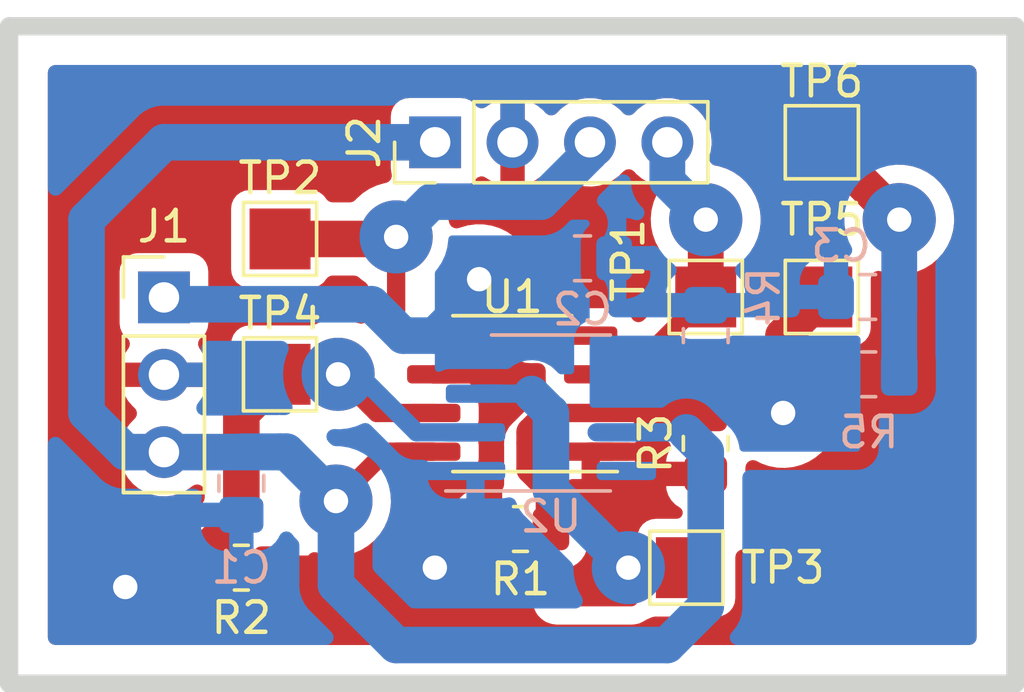
<source format=kicad_pcb>
(kicad_pcb (version 20240108) (generator "pcbnew") (generator_version "8.0")
  (layers (0 "F.Cu" signal) (31 "B.Cu" signal) (34 "B.Paste" user) (35 "F.Paste" user) (36 "B.SilkS" user "B.Silkscreen") (37 "F.SilkS" user "F.Silkscreen") (38 "B.Mask" user) (39 "F.Mask" user) (44 "Edge.Cuts" user))
  (net 0 "")
  (net 1 "GND")
  (net 2 "+5V")
  (net 3 "-5V")
  (net 4 "Net-(C3-Pad1)")
  (net 5 "/s+")
  (net 6 "/s-")
  (net 7 "Net-(R1-Pad1)")
  (net 8 "Net-(R2-Pad2)")
  (net 9 "Net-(R3-Pad1)")
  (net 10 "Net-(R4-Pad2)")
  (footprint "TestPoint:TestPoint_Pad_2.0x2.0mm" (layer "F.Cu") (at 128.905 52.07)
    (property "Reference" "TP3" (at 3.175 0 0) (layer "F.SilkS"))
    (property "Value" "TestPoint")
    (fp_line (start -1.2 -1.2) (end 1.2 -1.2) (stroke (width 0.12)) (layer "F.SilkS"))
    (fp_line (start -1.2 1.2) (end -1.2 -1.2) (stroke (width 0.12)) (layer "F.SilkS"))
    (fp_line (start 1.2 -1.2) (end 1.2 1.2) (stroke (width 0.12)) (layer "F.SilkS"))
    (fp_line (start 1.2 1.2) (end -1.2 1.2) (stroke (width 0.12)) (layer "F.SilkS"))
    (pad "1" smd rect (at 0 0) (size 2 2) (layers "F.Cu" "F.Mask") (net 9 "Net-(R3-Pad1)"))
  )
  (footprint "Resistor_SMD:R_0805_2012Metric_Pad1.20x1.40mm_HandSolder" (layer "F.Cu") (at 114.3 52.07 180)
    (property "Reference" "R2" (at 0 -1.65 0) (layer "F.SilkS"))
    (property "Value" "R")
    (fp_line (start -0.227064 0.735) (end 0.227064 0.735) (stroke (width 0.12)) (layer "F.SilkS"))
    (fp_line (start -0.227064 -0.735) (end 0.227064 -0.735) (stroke (width 0.12)) (layer "F.SilkS"))
    (pad "1" smd roundrect (at -1 0 180) (size 1.2 1.4) (layers "F.Cu" "F.Paste" "F.Mask") (roundrect_rratio 0.2083333333) (net 1 "GND"))
    (pad "2" smd roundrect (at 1 0 180) (size 1.2 1.4) (layers "F.Cu" "F.Paste" "F.Mask") (roundrect_rratio 0.2083333333) (net 8 "Net-(R2-Pad2)"))
  )
  (footprint "Resistor_SMD:R_0805_2012Metric_Pad1.20x1.40mm_HandSolder" (layer "F.Cu") (at 129.54 47.99 90)
    (property "Reference" "R3" (at 0 -1.65 90) (layer "F.SilkS"))
    (property "Value" "R")
    (fp_line (start -0.227064 -0.735) (end 0.227064 -0.735) (stroke (width 0.12)) (layer "F.SilkS"))
    (fp_line (start -0.227064 0.735) (end 0.227064 0.735) (stroke (width 0.12)) (layer "F.SilkS"))
    (pad "1" smd roundrect (at -1 0 90) (size 1.2 1.4) (layers "F.Cu" "F.Paste" "F.Mask") (roundrect_rratio 0.2083333333) (net 9 "Net-(R3-Pad1)"))
    (pad "2" smd roundrect (at 1 0 90) (size 1.2 1.4) (layers "F.Cu" "F.Paste" "F.Mask") (roundrect_rratio 0.2083333333) (net 7 "Net-(R1-Pad1)"))
  )
  (footprint "Resistor_SMD:R_0805_2012Metric_Pad1.20x1.40mm_HandSolder" (layer "F.Cu") (at 123.46 50.8 180)
    (property "Reference" "R1" (at 0 -1.65 0) (layer "F.SilkS"))
    (property "Value" "R")
    (fp_line (start -0.227064 0.735) (end 0.227064 0.735) (stroke (width 0.12)) (layer "F.SilkS"))
    (fp_line (start -0.227064 -0.735) (end 0.227064 -0.735) (stroke (width 0.12)) (layer "F.SilkS"))
    (pad "1" smd roundrect (at -1 0 180) (size 1.2 1.4) (layers "F.Cu" "F.Paste" "F.Mask") (roundrect_rratio 0.2083333333) (net 7 "Net-(R1-Pad1)"))
    (pad "2" smd roundrect (at 1 0 180) (size 1.2 1.4) (layers "F.Cu" "F.Paste" "F.Mask") (roundrect_rratio 0.2083333333) (net 1 "GND"))
  )
  (footprint "TestPoint:TestPoint_Pad_2.0x2.0mm" (layer "F.Cu") (at 115.57 45.72)
    (property "Reference" "TP4" (at 0 -1.998 0) (layer "F.SilkS"))
    (property "Value" "TestPoint")
    (fp_line (start -1.2 -1.2) (end 1.2 -1.2) (stroke (width 0.12)) (layer "F.SilkS"))
    (fp_line (start -1.2 1.2) (end -1.2 -1.2) (stroke (width 0.12)) (layer "F.SilkS"))
    (fp_line (start 1.2 -1.2) (end 1.2 1.2) (stroke (width 0.12)) (layer "F.SilkS"))
    (fp_line (start 1.2 1.2) (end -1.2 1.2) (stroke (width 0.12)) (layer "F.SilkS"))
    (pad "1" smd rect (at 0 0) (size 2 2) (layers "F.Cu" "F.Mask") (net 8 "Net-(R2-Pad2)"))
  )
  (footprint "TestPoint:TestPoint_Pad_2.0x2.0mm" (layer "F.Cu") (at 115.57 41.275)
    (property "Reference" "TP2" (at 0 -1.998 0) (layer "F.SilkS"))
    (property "Value" "TestPoint")
    (fp_line (start -1.2 -1.2) (end 1.2 -1.2) (stroke (width 0.12)) (layer "F.SilkS"))
    (fp_line (start -1.2 1.2) (end -1.2 -1.2) (stroke (width 0.12)) (layer "F.SilkS"))
    (fp_line (start 1.2 -1.2) (end 1.2 1.2) (stroke (width 0.12)) (layer "F.SilkS"))
    (fp_line (start 1.2 1.2) (end -1.2 1.2) (stroke (width 0.12)) (layer "F.SilkS"))
    (pad "1" smd rect (at 0 0) (size 2 2) (layers "F.Cu" "F.Mask") (net 6 "/s-"))
  )
  (footprint "TestPoint:TestPoint_Pad_2.0x2.0mm" (layer "F.Cu") (at 133.35 38.1)
    (property "Reference" "TP6" (at 0 -1.998 0) (layer "F.SilkS"))
    (property "Value" "TestPoint")
    (fp_line (start -1.2 -1.2) (end 1.2 -1.2) (stroke (width 0.12)) (layer "F.SilkS"))
    (fp_line (start -1.2 1.2) (end -1.2 -1.2) (stroke (width 0.12)) (layer "F.SilkS"))
    (fp_line (start 1.2 -1.2) (end 1.2 1.2) (stroke (width 0.12)) (layer "F.SilkS"))
    (fp_line (start 1.2 1.2) (end -1.2 1.2) (stroke (width 0.12)) (layer "F.SilkS"))
    (pad "1" smd rect (at 0 0) (size 2 2) (layers "F.Cu" "F.Mask") (net 4 "Net-(C3-Pad1)"))
  )
  (footprint "TestPoint:TestPoint_Pad_2.0x2.0mm" (layer "F.Cu") (at 129.54 43.18)
    (property "Reference" "TP1" (at -2.54 -1.2 90) (layer "F.SilkS"))
    (property "Value" "TestPoint")
    (fp_line (start -1.2 -1.2) (end 1.2 -1.2) (stroke (width 0.12)) (layer "F.SilkS"))
    (fp_line (start -1.2 1.2) (end -1.2 -1.2) (stroke (width 0.12)) (layer "F.SilkS"))
    (fp_line (start 1.2 -1.2) (end 1.2 1.2) (stroke (width 0.12)) (layer "F.SilkS"))
    (fp_line (start 1.2 1.2) (end -1.2 1.2) (stroke (width 0.12)) (layer "F.SilkS"))
    (pad "1" smd rect (at 0 0) (size 2 2) (layers "F.Cu" "F.Mask") (net 5 "/s+"))
  )
  (footprint "Connector_PinHeader_2.54mm:PinHeader_1x04_P2.54mm_Vertical" (layer "F.Cu") (at 120.66 38.1 90)
    (property "Reference" "J2" (at 0 -2.33 90) (layer "F.SilkS"))
    (property "Value" "Conn_01x04")
    (fp_line (start -1.33 -1.33) (end 0 -1.33) (stroke (width 0.12)) (layer "F.SilkS"))
    (fp_line (start -1.33 0) (end -1.33 -1.33) (stroke (width 0.12)) (layer "F.SilkS"))
    (fp_line (start 1.33 1.27) (end 1.33 8.95) (stroke (width 0.12)) (layer "F.SilkS"))
    (fp_line (start -1.33 1.27) (end 1.33 1.27) (stroke (width 0.12)) (layer "F.SilkS"))
    (fp_line (start -1.33 1.27) (end -1.33 8.95) (stroke (width 0.12)) (layer "F.SilkS"))
    (fp_line (start -1.33 8.95) (end 1.33 8.95) (stroke (width 0.12)) (layer "F.SilkS"))
    (pad "1" thru_hole rect (at 0 0 90) (size 1.7 1.7) (drill 1) (layers "*.Cu" "*.Mask") (net 2 "+5V"))
    (pad "2" thru_hole oval (at 0 2.54 90) (size 1.7 1.7) (drill 1) (layers "*.Cu" "*.Mask") (net 1 "GND"))
    (pad "3" thru_hole oval (at 0 5.08 90) (size 1.7 1.7) (drill 1) (layers "*.Cu" "*.Mask") (net 6 "/s-"))
    (pad "4" thru_hole oval (at 0 7.62 90) (size 1.7 1.7) (drill 1) (layers "*.Cu" "*.Mask") (net 5 "/s+"))
  )
  (footprint "Connector_PinHeader_2.54mm:PinHeader_1x03_P2.54mm_Vertical" (layer "F.Cu") (at 111.76 43.195)
    (property "Reference" "J1" (at 0 -2.33 0) (layer "F.SilkS"))
    (property "Value" "Conn_01x03")
    (fp_line (start -1.33 -1.33) (end 0 -1.33) (stroke (width 0.12)) (layer "F.SilkS"))
    (fp_line (start -1.33 0) (end -1.33 -1.33) (stroke (width 0.12)) (layer "F.SilkS"))
    (fp_line (start -1.33 1.27) (end -1.33 6.41) (stroke (width 0.12)) (layer "F.SilkS"))
    (fp_line (start -1.33 1.27) (end 1.33 1.27) (stroke (width 0.12)) (layer "F.SilkS"))
    (fp_line (start -1.33 6.41) (end 1.33 6.41) (stroke (width 0.12)) (layer "F.SilkS"))
    (fp_line (start 1.33 1.27) (end 1.33 6.41) (stroke (width 0.12)) (layer "F.SilkS"))
    (pad "1" thru_hole rect (at 0 0) (size 1.7 1.7) (drill 1) (layers "*.Cu" "*.Mask") (net 3 "-5V"))
    (pad "2" thru_hole oval (at 0 2.54) (size 1.7 1.7) (drill 1) (layers "*.Cu" "*.Mask") (net 1 "GND"))
    (pad "3" thru_hole oval (at 0 5.08) (size 1.7 1.7) (drill 1) (layers "*.Cu" "*.Mask") (net 2 "+5V"))
  )
  (footprint "Package_SO:SO-8_3.9x4.9mm_P1.27mm" (layer "F.Cu") (at 123.19 46.355 180)
    (property "Reference" "U1" (at 0 3.175 0) (layer "F.SilkS"))
    (property "Value" "LM358")
    (fp_line (start 0 2.56) (end 1.95 2.56) (stroke (width 0.12)) (layer "F.SilkS"))
    (fp_line (start 0 2.56) (end -1.95 2.56) (stroke (width 0.12)) (layer "F.SilkS"))
    (fp_line (start 0 -2.56) (end 1.95 -2.56) (stroke (width 0.12)) (layer "F.SilkS"))
    (fp_line (start 0 -2.56) (end -3.45 -2.56) (stroke (width 0.12)) (layer "F.SilkS"))
    (pad "1" smd roundrect (at -2.575 -1.905 180) (size 1.75 0.6) (layers "F.Cu" "F.Paste" "F.Mask") (net 9 "Net-(R3-Pad1)"))
    (pad "2" smd roundrect (at -2.575 -0.635 180) (size 1.75 0.6) (layers "F.Cu" "F.Paste" "F.Mask") (net 7 "Net-(R1-Pad1)"))
    (pad "3" smd roundrect (at -2.575 0.635 180) (size 1.75 0.6) (layers "F.Cu" "F.Paste" "F.Mask") (net 5 "/s+"))
    (pad "4" smd roundrect (at -2.575 1.905 180) (size 1.75 0.6) (layers "F.Cu" "F.Paste" "F.Mask") (net 3 "-5V"))
    (pad "5" smd roundrect (at 2.575 1.905 180) (size 1.75 0.6) (layers "F.Cu" "F.Paste" "F.Mask") (net 6 "/s-"))
    (pad "6" smd roundrect (at 2.575 0.635 180) (size 1.75 0.6) (layers "F.Cu" "F.Paste" "F.Mask") (net 1 "GND"))
    (pad "7" smd roundrect (at 2.575 -0.635 180) (size 1.75 0.6) (layers "F.Cu" "F.Paste" "F.Mask") (net 8 "Net-(R2-Pad2)"))
    (pad "8" smd roundrect (at 2.575 -1.905 180) (size 1.75 0.6) (layers "F.Cu" "F.Paste" "F.Mask") (net 2 "+5V"))
  )
  (footprint "TestPoint:TestPoint_Pad_2.0x2.0mm" (layer "F.Cu") (at 133.35 43.18)
    (property "Reference" "TP5" (at 0 -2.54 0) (layer "F.SilkS"))
    (property "Value" "TestPoint")
    (fp_line (start -1.2 -1.2) (end 1.2 -1.2) (stroke (width 0.12)) (layer "F.SilkS"))
    (fp_line (start -1.2 1.2) (end -1.2 -1.2) (stroke (width 0.12)) (layer "F.SilkS"))
    (fp_line (start 1.2 -1.2) (end 1.2 1.2) (stroke (width 0.12)) (layer "F.SilkS"))
    (fp_line (start 1.2 1.2) (end -1.2 1.2) (stroke (width 0.12)) (layer "F.SilkS"))
    (pad "1" smd rect (at 0 0) (size 2 2) (layers "F.Cu" "F.Mask") (net 10 "Net-(R4-Pad2)"))
  )
  (footprint "Capacitor_SMD:C_0805_2012Metric_Pad1.18x1.45mm_HandSolder" (layer "B.Cu") (at 134.8525 43.18 180)
    (property "Reference" "C3" (at 0.8675 1.68 0) (layer "B.SilkS") (effects (justify mirror)))
    (property "Value" "C")
    (fp_line (start -0.261252 0.735) (end 0.261252 0.735) (stroke (width 0.12)) (layer "B.SilkS"))
    (fp_line (start -0.261252 -0.735) (end 0.261252 -0.735) (stroke (width 0.12)) (layer "B.SilkS"))
    (pad "1" smd roundrect (at -1.0375 0 180) (size 1.175 1.45) (layers "B.Cu" "B.Paste" "B.Mask") (roundrect_rratio 0.2127659574) (net 4 "Net-(C3-Pad1)"))
    (pad "2" smd roundrect (at 1.0375 0 180) (size 1.175 1.45) (layers "B.Cu" "B.Paste" "B.Mask") (roundrect_rratio 0.2127659574) (net 1 "GND"))
  )
  (footprint "Package_SO:SOIC-8_3.9x4.9mm_P1.27mm" (layer "B.Cu") (at 124.46 46.99)
    (property "Reference" "U2" (at 0 3.4 0) (layer "B.SilkS") (effects (justify mirror)))
    (property "Value" "AD8276")
    (fp_line (start 0 -2.56) (end -1.95 -2.56) (stroke (width 0.12)) (layer "B.SilkS"))
    (fp_line (start 0 -2.56) (end 1.95 -2.56) (stroke (width 0.12)) (layer "B.SilkS"))
    (fp_line (start 0 2.56) (end -3.45 2.56) (stroke (width 0.12)) (layer "B.SilkS"))
    (fp_line (start 0 2.56) (end 1.95 2.56) (stroke (width 0.12)) (layer "B.SilkS"))
    (pad "1" smd roundrect (at -2.475 1.905) (size 1.95 0.6) (layers "B.Cu" "B.Paste" "B.Mask") (net 1 "GND"))
    (pad "2" smd roundrect (at -2.475 0.635) (size 1.95 0.6) (layers "B.Cu" "B.Paste" "B.Mask") (net 8 "Net-(R2-Pad2)"))
    (pad "3" smd roundrect (at -2.475 -0.635) (size 1.95 0.6) (layers "B.Cu" "B.Paste" "B.Mask") (net 9 "Net-(R3-Pad1)"))
    (pad "4" smd roundrect (at -2.475 -1.905) (size 1.95 0.6) (layers "B.Cu" "B.Paste" "B.Mask") (net 3 "-5V"))
    (pad "5" smd roundrect (at 2.475 -1.905) (size 1.95 0.6) (layers "B.Cu" "B.Paste" "B.Mask") (net 10 "Net-(R4-Pad2)"))
    (pad "6" smd roundrect (at 2.475 -0.635) (size 1.95 0.6) (layers "B.Cu" "B.Paste" "B.Mask") (net 10 "Net-(R4-Pad2)"))
    (pad "7" smd roundrect (at 2.475 0.635) (size 1.95 0.6) (layers "B.Cu" "B.Paste" "B.Mask") (net 2 "+5V"))
    (pad "8" smd roundrect (at 2.475 1.905) (size 1.95 0.6) (layers "B.Cu" "B.Paste" "B.Mask"))
  )
  (footprint "Capacitor_SMD:C_0805_2012Metric_Pad1.18x1.45mm_HandSolder" (layer "B.Cu") (at 125.4975 41.91)
    (property "Reference" "C2" (at 0 1.68 0) (layer "B.SilkS") (effects (justify mirror)))
    (property "Value" "100n")
    (fp_line (start -0.261252 -0.735) (end 0.261252 -0.735) (stroke (width 0.12)) (layer "B.SilkS"))
    (fp_line (start -0.261252 0.735) (end 0.261252 0.735) (stroke (width 0.12)) (layer "B.SilkS"))
    (pad "1" smd roundrect (at -1.0375 0) (size 1.175 1.45) (layers "B.Cu" "B.Paste" "B.Mask") (roundrect_rratio 0.2127659574) (net 3 "-5V"))
    (pad "2" smd roundrect (at 1.0375 0) (size 1.175 1.45) (layers "B.Cu" "B.Paste" "B.Mask") (roundrect_rratio 0.2127659574) (net 1 "GND"))
  )
  (footprint "Resistor_SMD:R_0805_2012Metric_Pad1.20x1.40mm_HandSolder" (layer "B.Cu") (at 134.89 45.72 180)
    (property "Reference" "R5" (at 0 -1.905 180) (layer "B.SilkS") (effects (justify mirror)))
    (property "Value" "R")
    (fp_line (start -0.227064 0.735) (end 0.227064 0.735) (stroke (width 0.12)) (layer "B.SilkS"))
    (fp_line (start -0.227064 -0.735) (end 0.227064 -0.735) (stroke (width 0.12)) (layer "B.SilkS"))
    (pad "1" smd roundrect (at -1 0 180) (size 1.2 1.4) (layers "B.Cu" "B.Paste" "B.Mask") (roundrect_rratio 0.2083333333) (net 4 "Net-(C3-Pad1)"))
    (pad "2" smd roundrect (at 1 0 180) (size 1.2 1.4) (layers "B.Cu" "B.Paste" "B.Mask") (roundrect_rratio 0.2083333333) (net 10 "Net-(R4-Pad2)"))
  )
  (footprint "Resistor_SMD:R_0805_2012Metric_Pad1.20x1.40mm_HandSolder" (layer "B.Cu") (at 129.54 44.45 -90)
    (property "Reference" "R4" (at -1.27 -1.905 90) (layer "B.SilkS") (effects (justify mirror)))
    (property "Value" "R")
    (fp_line (start -0.227064 0.735) (end 0.227064 0.735) (stroke (width 0.12)) (layer "B.SilkS"))
    (fp_line (start -0.227064 -0.735) (end 0.227064 -0.735) (stroke (width 0.12)) (layer "B.SilkS"))
    (pad "1" smd roundrect (at -1 0 270) (size 1.2 1.4) (layers "B.Cu" "B.Paste" "B.Mask") (roundrect_rratio 0.2083333333) (net 1 "GND"))
    (pad "2" smd roundrect (at 1 0 270) (size 1.2 1.4) (layers "B.Cu" "B.Paste" "B.Mask") (roundrect_rratio 0.2083333333) (net 10 "Net-(R4-Pad2)"))
  )
  (footprint "Capacitor_SMD:C_0805_2012Metric_Pad1.18x1.45mm_HandSolder" (layer "B.Cu") (at 114.3 49.2975 -90)
    (property "Reference" "C1" (at 2.7725 0 180) (layer "B.SilkS") (effects (justify mirror)))
    (property "Value" "100n")
    (fp_line (start -0.261252 0.735) (end 0.261252 0.735) (stroke (width 0.12)) (layer "B.SilkS"))
    (fp_line (start -0.261252 -0.735) (end 0.261252 -0.735) (stroke (width 0.12)) (layer "B.SilkS"))
    (pad "1" smd roundrect (at -1.0375 0 270) (size 1.175 1.45) (layers "B.Cu" "B.Paste" "B.Mask") (roundrect_rratio 0.2127659574) (net 2 "+5V"))
    (pad "2" smd roundrect (at 1.0375 0 270) (size 1.175 1.45) (layers "B.Cu" "B.Paste" "B.Mask") (roundrect_rratio 0.2127659574) (net 1 "GND"))
  )
  (gr_line (start 139.7 55.88) (end 106.68 55.88) (stroke (width 0.6)) (layer "Edge.Cuts"))
  (gr_line (start 106.68 34.29) (end 139.7 34.29) (stroke (width 0.6)) (layer "Edge.Cuts"))
  (gr_line (start 139.7 34.29) (end 139.7 55.88) (stroke (width 0.6)) (layer "Edge.Cuts"))
  (gr_line (start 106.68 55.88) (end 106.68 34.29) (stroke (width 0.6)) (layer "Edge.Cuts"))
  (segment (start 120.65 52.07) (end 120.65 53.34) (width 1.2) (layer "F.Cu") (net 1))
  (segment (start 122.46 46.26) (end 121.92 45.72) (width 0.6) (layer "F.Cu") (net 1))
  (segment (start 121.19 52.07) (end 122.46 50.8) (width 1.2) (layer "F.Cu") (net 1))
  (segment (start 120.65 53.34) (end 116.57 53.34) (width 1.2) (layer "F.Cu") (net 1))
  (segment (start 120.615 45.72) (end 121.92 45.72) (width 0.6) (layer "F.Cu") (net 1))
  (segment (start 116.57 53.34) (end 115.3 52.07) (width 1.2) (layer "F.Cu") (net 1))
  (segment (start 122.46 46.26) (end 122.46 50.8) (width 0.6) (layer "F.Cu") (net 1))
  (via (at 120.65 52.07) (size 2.4) (drill 0.8) (layers "F.Cu" "B.Cu") (net 1))
  (via (at 110.49 52.705) (size 2.4) (drill 0.8) (layers "F.Cu" "B.Cu") (net 1))
  (segment (start 120.615 48.26) (end 119.38 48.26) (width 0.6) (layer "F.Cu") (net 2))
  (segment (start 119.027736 48.26) (end 117.40533 49.882406) (width 0.6) (layer "F.Cu") (net 2))
  (segment (start 120.615 48.26) (end 119.027736 48.26) (width 0.6) (layer "F.Cu") (net 2))
  (via (at 117.40533 49.882406) (size 2.4) (drill 0.8) (layers "F.Cu" "B.Cu") (net 2))
  (segment (start 129.54 53.34) (end 129.54 48.26) (width 1.2) (layer "B.Cu") (net 2))
  (segment (start 117.40533 52.63533) (end 119.38 54.61) (width 1.2) (layer "B.Cu") (net 2))
  (segment (start 119.38 54.61) (end 128.27 54.61) (width 1.2) (layer "B.Cu") (net 2))
  (segment (start 114.3 48.26) (end 115.782924 48.26) (width 1.2) (layer "B.Cu") (net 2))
  (segment (start 115.555 48.275) (end 115.57 48.26) (width 1.2) (layer "B.Cu") (net 2))
  (segment (start 129.54 48.26) (end 128.905 47.625) (width 1.2) (layer "B.Cu") (net 2))
  (segment (start 120.66 38.1) (end 111.76 38.1) (width 1.2) (layer "B.Cu") (net 2))
  (segment (start 115.782924 48.26) (end 117.40533 49.882406) (width 1.2) (layer "B.Cu") (net 2))
  (segment (start 117.40533 49.882406) (end 117.40533 52.63533) (width 1.2) (layer "B.Cu") (net 2))
  (segment (start 128.27 54.61) (end 129.54 53.34) (width 1.2) (layer "B.Cu") (net 2))
  (segment (start 126.935 47.625) (end 125.96 47.625) (width 0.6) (layer "B.Cu") (net 2))
  (segment (start 126.935 47.625) (end 128.905 47.625) (width 0.6) (layer "B.Cu") (net 2))
  (segment (start 111.76 48.275) (end 115.555 48.275) (width 1.2) (layer "B.Cu") (net 2))
  (segment (start 111.76 38.1) (end 109.22 40.64) (width 1.2) (layer "B.Cu") (net 2))
  (segment (start 109.22 40.64) (end 109.22 46.99) (width 1.2) (layer "B.Cu") (net 2))
  (segment (start 110.505 48.275) (end 111.76 48.275) (width 1.2) (layer "B.Cu") (net 2))
  (segment (start 109.22 46.99) (end 110.505 48.275) (width 1.2) (layer "B.Cu") (net 2))
  (segment (start 125.765 44.45) (end 123.79648 44.45) (width 0.6) (layer "F.Cu") (net 3))
  (segment (start 123.79648 44.45) (end 122.103252 42.756772) (width 0.6) (layer "F.Cu") (net 3))
  (segment (start 125.765 44.45) (end 124.46 44.45) (width 0.6) (layer "F.Cu") (net 3))
  (segment (start 122.103252 42.756772) (end 122.103252 42.596366) (width 0.6) (layer "F.Cu") (net 3))
  (via (at 122.103252 42.596366) (size 2.4) (drill 0.8) (layers "F.Cu" "B.Cu") (net 3))
  (segment (start 118.579006 43.419989) (end 119.609017 44.45) (width 1.2) (layer "B.Cu") (net 3))
  (segment (start 121.985 45.085) (end 122.555 45.085) (width 0.6) (layer "B.Cu") (net 3))
  (segment (start 122.789618 41.91) (end 122.103252 42.596366) (width 1.2) (layer "B.Cu") (net 3))
  (segment (start 111.76 43.195) (end 111.984989 43.419989) (width 1.2) (layer "B.Cu") (net 3))
  (segment (start 111.972511 43.407511) (end 111.76 43.195) (width 1.2) (layer "B.Cu") (net 3))
  (segment (start 111.76 43.195) (end 111.7725 43.2075) (width 1.2) (layer "B.Cu") (net 3))
  (segment (start 111.984989 43.419989) (end 118.579006 43.419989) (width 1.2) (layer "B.Cu") (net 3))
  (segment (start 124.46 41.91) (end 122.789618 41.91) (width 1.2) (layer "B.Cu") (net 3))
  (segment (start 122.555 43.20852) (end 122.55398 43.2075) (width 0.6) (layer "B.Cu") (net 3))
  (segment (start 122.103252 42.996748) (end 122.103252 42.596366) (width 1.2) (layer "B.Cu") (net 3))
  (segment (start 119.609017 44.45) (end 120.65 44.45) (width 1.2) (layer "B.Cu") (net 3))
  (segment (start 120.65 44.45) (end 122.103252 42.996748) (width 1.2) (layer "B.Cu") (net 3))
  (segment (start 135.89 40.64) (end 133.35 38.1) (width 1.175) (layer "F.Cu") (net 4))
  (via (at 135.89 40.64) (size 2.4) (drill 0.8) (layers "F.Cu" "B.Cu") (net 4))
  (segment (start 135.89 43.18) (end 135.89 40.64) (width 1.175) (layer "B.Cu") (net 4))
  (segment (start 135.89 45.72) (end 135.89 43.18) (width 1.175) (layer "B.Cu") (net 4))
  (segment (start 127 45.72) (end 129.54 43.18) (width 0.6) (layer "F.Cu") (net 5))
  (segment (start 129.54 40.64) (end 129.54 43.18) (width 1.175) (layer "F.Cu") (net 5))
  (segment (start 125.765 45.72) (end 127 45.72) (width 0.6) (layer "F.Cu") (net 5))
  (via (at 129.54 40.64) (size 2.4) (drill 0.8) (layers "F.Cu" "B.Cu") (net 5))
  (segment (start 128.28 39.38) (end 129.54 40.64) (width 1.175) (layer "B.Cu") (net 5))
  (segment (start 128.28 38.1) (end 128.28 39.38) (width 1.175) (layer "B.Cu") (net 5))
  (segment (start 119.38 44.140336) (end 119.38 41.2075) (width 0.6) (layer "F.Cu") (net 6))
  (segment (start 119.689664 44.45) (end 119.38 44.140336) (width 0.6) (layer "F.Cu") (net 6))
  (segment (start 115.57 41.275) (end 119.3125 41.275) (width 1.2) (layer "F.Cu") (net 6))
  (segment (start 119.3125 41.275) (end 119.38 41.2075) (width 1.2) (layer "F.Cu") (net 6))
  (segment (start 120.615 44.45) (end 119.689664 44.45) (width 0.6) (layer "F.Cu") (net 6))
  (via (at 119.38 41.2075) (size 2.4) (drill 0.8) (layers "F.Cu" "B.Cu") (net 6))
  (segment (start 120.537489 40.050011) (end 119.38 41.2075) (width 1.2) (layer "B.Cu") (net 6))
  (segment (start 120.40252 40.18498) (end 119.38 41.2075) (width 1.2) (layer "B.Cu") (net 6))
  (segment (start 125.74 38.1) (end 125.74 38.446017) (width 1.2) (layer "B.Cu") (net 6))
  (segment (start 125.74 38.446017) (end 124.136006 40.050011) (width 1.2) (layer "B.Cu") (net 6))
  (segment (start 124.136006 40.050011) (end 120.537489 40.050011) (width 1.2) (layer "B.Cu") (net 6))
  (segment (start 124.816468 46.99) (end 123.825 47.981468) (width 0.6) (layer "F.Cu") (net 7))
  (segment (start 123.825 47.981468) (end 123.825 47.625) (width 1) (layer "F.Cu") (net 7))
  (segment (start 123.825 47.625) (end 124.46 46.99) (width 1) (layer "F.Cu") (net 7))
  (segment (start 125.765 46.99) (end 129.54 46.99) (width 0.6) (layer "F.Cu") (net 7))
  (segment (start 125.765 46.99) (end 124.816468 46.99) (width 0.6) (layer "F.Cu") (net 7))
  (segment (start 124.46 50.8) (end 124.46 49.456376) (width 1) (layer "F.Cu") (net 7))
  (segment (start 124.46 49.456376) (end 123.825 48.821376) (width 1) (layer "F.Cu") (net 7))
  (segment (start 123.825 48.821376) (end 123.825 47.981468) (width 1) (layer "F.Cu") (net 7))
  (segment (start 129.54 46.99) (end 127.568505 46.990001) (width 1) (layer "F.Cu") (net 7))
  (segment (start 115.57 45.72) (end 117.475 45.72) (width 1.2) (layer "F.Cu") (net 8))
  (segment (start 115.57 45.72) (end 114.3 46.99) (width 1.2) (layer "F.Cu") (net 8))
  (segment (start 113.3 52.07) (end 113.3 51.37) (width 1.2) (layer "F.Cu") (net 8))
  (segment (start 118.745 46.99) (end 117.475 45.72) (width 0.6) (layer "F.Cu") (net 8))
  (segment (start 120.615 46.99) (end 118.745 46.99) (width 0.6) (layer "F.Cu") (net 8))
  (segment (start 114.3 46.99) (end 114.3 50.37) (width 1.2) (layer "F.Cu") (net 8))
  (segment (start 114.3 50.37) (end 113.3 51.37) (width 1.2) (layer "F.Cu") (net 8))
  (via (at 117.475 45.72) (size 2.4) (drill 0.8) (layers "F.Cu" "B.Cu") (net 8))
  (segment (start 121.985 47.625) (end 121.01 47.625) (width 0.6) (layer "B.Cu") (net 8))
  (segment (start 121.985 47.625) (end 120.052647 47.625) (width 0.6) (layer "B.Cu") (net 8))
  (segment (start 120.052647 47.625) (end 118.147647 45.72) (width 0.6) (layer "B.Cu") (net 8))
  (segment (start 125.765 48.26) (end 127 48.26) (width 0.6) (layer "F.Cu") (net 9))
  (segment (start 127 52.07) (end 128.905 52.07) (width 1.2) (layer "F.Cu") (net 9))
  (via (at 127 52.07) (size 2.4) (drill 0.8) (layers "F.Cu" "B.Cu") (net 9))
  (segment (start 124.46 46.99) (end 123.825 46.355) (width 1.175) (layer "B.Cu") (net 9))
  (segment (start 124.46 46.99) (end 124.46 48.895) (width 0.6) (layer "B.Cu") (net 9))
  (segment (start 121.985 46.355) (end 122.555 46.355) (width 0.6) (layer "B.Cu") (net 9))
  (segment (start 127 52.07) (end 124.46 49.53) (width 1.2) (layer "B.Cu") (net 9))
  (segment (start 121.985 46.355) (end 123.825 46.355) (width 0.6) (layer "B.Cu") (net 9))
  (segment (start 124.46 49.53) (end 124.46 46.99) (width 1.2) (layer "B.Cu") (net 9))
  (segment (start 132.08 45.72) (end 132.08 44.45) (width 1.175) (layer "F.Cu") (net 10))
  (segment (start 132.08 44.45) (end 133.35 43.18) (width 1.175) (layer "F.Cu") (net 10))
  (via (at 132.08 46.99) (size 2.4) (drill 0.8) (layers "F.Cu" "B.Cu") (net 10))
  (segment (start 133.89 45.72) (end 132.08 45.72) (width 1.175) (layer "B.Cu") (net 10))
  (zone (net 9) (net_name "Net-(R3-Pad1)") (layer "F.Cu") (priority 3) (connect_pads (clearance 0.6)) (min_thickness 0.4) (fill yes (thermal_gap 0.6) (thermal_bridge_width 0.8))
    (polygon (pts (xy 130.81 53.34) (xy 124.46 53.34) (xy 124.46 47.625) (xy 130.81 47.625)))
  )
  (zone (net 1) (net_name "GND") (layers "F&B.Cu") (connect_pads (clearance 0.6)) (min_thickness 0.5) (fill yes (thermal_gap 0.6) (thermal_bridge_width 0.8) (smoothing fillet))
    (polygon (pts (xy 138.43 54.61) (xy 107.95 54.61) (xy 107.95 35.56) (xy 138.43 35.56)))
  )
  (zone (net 3) (net_name "-5V") (layer "B.Cu") (priority 1) (connect_pads yes (clearance 0.508)) (min_thickness 0.254) (fill yes (thermal_gap 0.508) (thermal_bridge_width 0.508) (smoothing fillet))
    (polygon (pts (xy 125.73 45.72) (xy 120.65 45.72) (xy 120.65 40.64) (xy 125.73 40.64)))
  )
  (zone (net 10) (net_name "Net-(R4-Pad2)") (layer "B.Cu") (priority 2) (connect_pads yes (clearance 0.508)) (min_thickness 0.254) (fill yes (thermal_gap 0.508) (thermal_bridge_width 0.508) (smoothing fillet))
    (polygon (pts (xy 134.62 48.26) (xy 125.73 48.26) (xy 125.73 44.45) (xy 134.62 44.45)))
  )
)
</source>
